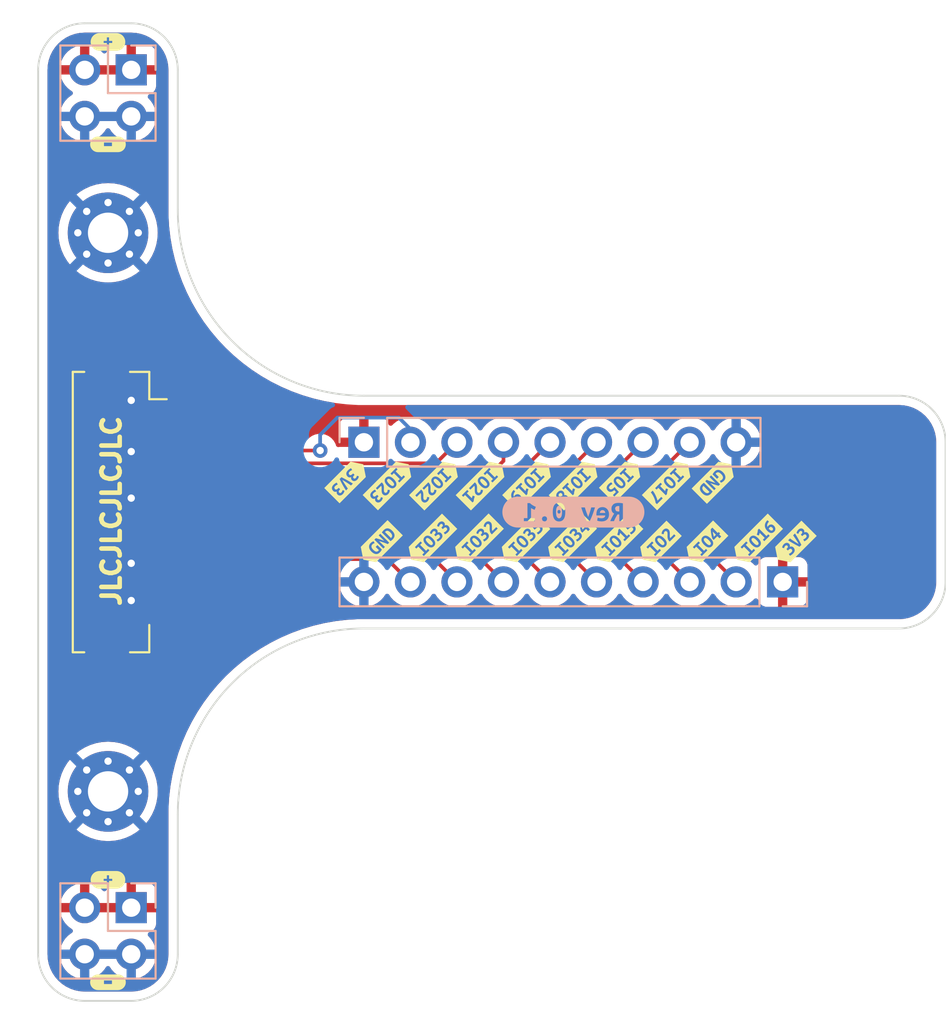
<source format=kicad_pcb>
(kicad_pcb (version 20220331) (generator pcbnew)
  (layers (0 "F.Cu" signal) (31 "B.Cu" signal) (34 "B.Paste" user) (35 "F.Paste" user) (36 "B.SilkS" user) (37 "F.SilkS" user) (38 "B.Mask" user) (39 "F.Mask" user) (44 "Edge.Cuts" user))
  (net 0 "")
  (net 1 "GND")
  (net 2 "+3V3")
  (net 3 "Net-(J1-IO23)")
  (net 4 "Net-(J1-IO22)")
  (net 5 "Net-(J1-IO21)")
  (net 6 "Net-(J1-IO19)")
  (net 7 "Net-(J1-IO18)")
  (net 8 "Net-(J1-IO5)")
  (net 9 "Net-(J1-IO17)")
  (net 10 "Net-(J1-IO16)")
  (net 11 "Net-(J1-IO4)")
  (net 12 "Net-(J1-IO2)")
  (net 13 "Net-(J1-IO15)")
  (net 14 "Net-(J1-IO34)")
  (net 15 "Net-(J1-IO35)")
  (net 16 "Net-(J1-IO32)")
  (net 17 "Net-(J1-IO33)")
  (footprint "kibuzzard-6259453A" (layer "F.Cu") (at 150.9522 100.603507 45)
    (fp_text reference "kibuzzard-6259453A" hide)
    (fp_text value "G***" hide)
  )
  (footprint "kibuzzard-62594546" (layer "F.Cu") (at 158.5722 100.6094 45)
    (fp_text reference "kibuzzard-62594546" hide)
    (fp_text value "G***" hide)
  )
  (footprint "kibuzzard-62594508" (layer "F.Cu") (at 163.957 97.321544 -135)
    (fp_text reference "kibuzzard-62594508" hide)
    (fp_text value "G***" hide)
  )
  (footprint "kibuzzard-6259454F" (layer "F.Cu") (at 163.3982 100.794842 45)
    (fp_text reference "kibuzzard-6259454F" hide)
    (fp_text value "G***" hide)
  )
  (footprint "kibuzzard-62594249" (layer "F.Cu") (at 130.81 124.714)
    (fp_text reference "kibuzzard-62594249" hide)
    (fp_text value "G***" hide)
  )
  (footprint "MountingHole:MountingHole_2.2mm_M2_Pad_Via" (layer "F.Cu") (at 130.815 114.3)
    (fp_text reference "H1" hide)
    (fp_text value "~")
    (pad "1" thru_hole circle locked (at -1.65 0) (size 0.7 0.7) (drill 0.4) (layers *.Cu *.Mask) (net 1 "GND"))
    (pad "1" thru_hole circle locked (at -1.166726 -1.166726) (size 0.7 0.7) (drill 0.4) (layers *.Cu *.Mask) (net 1 "GND"))
    (pad "1" thru_hole circle locked (at -1.166726 1.166726) (size 0.7 0.7) (drill 0.4) (layers *.Cu *.Mask) (net 1 "GND"))
    (pad "1" thru_hole circle locked (at 0 -1.65) (size 0.7 0.7) (drill 0.4) (layers *.Cu *.Mask) (net 1 "GND"))
    (pad "1" thru_hole circle locked (at 0 0) (size 4.4 4.4) (drill 2.2) (layers *.Cu *.Mask) (net 1 "GND"))
    (pad "1" thru_hole circle locked (at 0 1.65) (size 0.7 0.7) (drill 0.4) (layers *.Cu *.Mask) (net 1 "GND"))
    (pad "1" thru_hole circle locked (at 1.166726 -1.166726) (size 0.7 0.7) (drill 0.4) (layers *.Cu *.Mask) (net 1 "GND"))
    (pad "1" thru_hole circle locked (at 1.166726 1.166726) (size 0.7 0.7) (drill 0.4) (layers *.Cu *.Mask) (net 1 "GND"))
    (pad "1" thru_hole circle locked (at 1.65 0) (size 0.7 0.7) (drill 0.4) (layers *.Cu *.Mask) (net 1 "GND"))
  )
  (footprint "kibuzzard-6259425C" (layer "F.Cu") (at 130.81 73.406)
    (fp_text reference "kibuzzard-6259425C" hide)
    (fp_text value "G***" hide)
  )
  (footprint "GameOver:logo_fcu" (layer "F.Cu") (at 172.72 99.06 90)
    (fp_text reference "Ref**" hide)
    (fp_text value "Val**" hide)
    (fp_poly (pts (xy -1.200723 -2.388725) (xy -1.041533 -2.387945) (xy -0.909803 -2.386596) (xy -0.802555 -2.384628) (xy -0.716816 -2.381995) (xy -0.649611 -2.378649) (xy -0.597965 -2.374544) (xy -0.558904 -2.369633) (xy -0.529451 -2.363867) (xy -0.518033 -2.360835) (xy -0.450047 -2.336304) (xy -0.396715 -2.308605) (xy -0.378478 -2.293602) (xy -0.368474 -2.27151) (xy -0.36026 -2.228859) (xy -0.353524 -2.16138) (xy -0.347953 -2.064803) (xy -0.343238 -1.934858) (xy -0.339065 -1.767275) (xy -0.338667 -1.748346) (xy -0.328083 -1.23825) (xy -0.281904 -1.312493) (xy -0.24756 -1.356772) (xy -0.186966 -1.423627) (xy -0.105177 -1.508295) (xy -0.007249 -1.606012) (xy 0.10176 -1.712015) (xy 0.216795 -1.82154) (xy 0.3328 -1.929824) (xy 0.444718 -2.032103) (xy 0.547493 -2.123614) (xy 0.636068 -2.199594) (xy 0.705388 -2.255278) (xy 0.750395 -2.285904) (xy 0.752473 -2.28697) (xy 0.85725 -2.338917) (xy 3.71475 -2.338917) (xy 3.836285 -2.281959) (xy 3.894983 -2.246064) (xy 3.97651 -2.184547) (xy 4.075028 -2.102913) (xy 4.184698 -2.006669) (xy 4.299684 -1.901323) (xy 4.414147 -1.792379) (xy 4.52225 -1.685345) (xy 4.618154 -1.585727) (xy 4.696022 -1.499032) (xy 4.750017 -1.430766) (xy 4.766774 -1.40428) (xy 4.788276 -1.362652) (xy 4.806603 -1.320978) (xy 4.821984 -1.275691) (xy 4.834648 -1.223223) (xy 4.844824 -1.160005) (xy 4.852741 -1.08247) (xy 4.858629 -0.98705) (xy 4.862715 -0.870176) (xy 4.86523 -0.728281) (xy 4.866401 -0.557795) (xy 4.866459 -0.355152) (xy 4.865632 -0.116783) (xy 4.864402 0.116905) (xy 4.85775 1.281561) (xy 4.788546 1.42209) (xy 4.762538 1.470833) (xy 4.731756 1.518497) (xy 4.691873 1.569925) (xy 4.63856 1.629958) (xy 4.567491 1.70344) (xy 4.474337 1.795213) (xy 4.354771 1.910119) (xy 4.338581 1.92556) (xy 4.203502 2.052926) (xy 4.093665 2.153136) (xy 4.005009 2.229582) (xy 3.933471 2.285661) (xy 3.874993 2.324766) (xy 3.836285 2.345458) (xy 3.71475 2.402416) (xy 2.31775 2.406591) (xy 2.0232 2.40729) (xy 1.768345 2.407474) (xy 1.550552 2.407104) (xy 1.367185 2.406139) (xy 1.21561 2.404538) (xy 1.093192 2.402261) (xy 0.997296 2.399267) (xy 0.925287 2.395517) (xy 0.874531 2.390969) (xy 0.842392 2.385583) (xy 0.836083 2.383828) (xy 0.767931 2.359354) (xy 0.708242 2.333479) (xy 0.699597 2.329039) (xy 0.662904 2.302371) (xy 0.601761 2.250131) (xy 0.521146 2.177182) (xy 0.426032 2.088387) (xy 0.321395 1.98861) (xy 0.212211 1.882714) (xy 0.103454 1.775563) (xy 0.000101 1.672021) (xy -0.092875 1.57695) (xy -0.170497 1.495214) (xy -0.227791 1.431677) (xy -0.259755 1.391242) (xy -0.328083 1.285749) (xy -0.339509 2.180293) (xy -0.450213 2.253152) (xy -0.528038 2.297645) (xy -0.609929 2.334249) (xy -0.656167 2.349199) (xy -0.695854 2.354298) (xy -0.770214 2.358556) (xy -0.880243 2.361985) (xy -1.026935 2.364595) (xy -1.211286 2.366397) (xy -1.434292 2.367402) (xy -1.696949 2.367621) (xy -2.000251 2.367064) (xy -2.233083 2.366235) (xy -3.71475 2.360083) (xy -3.835845 2.303326) (xy -3.89414 2.267633) (xy -3.975305 2.206322) (xy -4.073519 2.124885) (xy -4.182961 2.028814) (xy -4.297808 1.923602) (xy -4.412238 1.814741) (xy -4.52043 1.707723) (xy -4.616563 1.608041) (xy -4.694814 1.521186) (xy -4.749361 1.452652) (xy -4.767185 1.424692) (xy -4.788605 1.383195) (xy -4.806861 1.341594) (xy -4.822183 1.296323) (xy -4.834797 1.243817) (xy -4.844932 1.180508) (xy -4.852816 1.102831) (xy -4.858677 1.007219) (xy -4.862744 0.890106) (xy -4.865243 0.747925) (xy -4.866403 0.577112) (xy -4.866453 0.374098) (xy -4.865619 0.135318) (xy -4.864402 -0.095739) (xy -4.860288 -0.816053) (xy -3.577167 -0.816053) (xy -3.577167 0.792687) (xy -3.434659 0.936296) (xy -3.292151 1.079904) (xy -1.280583 1.068916) (xy -1.274854 0.640291) (xy -1.269124 0.211666) (xy -0.381 0.211666) (xy -0.381 -0.306488) (xy 0.529167 -0.306488) (xy 0.529167 0.418632) (xy 0.904367 0.770232) (xy 1.279568 1.121833) (xy 3.290354 1.121833) (xy 3.43376 0.979526) (xy 3.577167 0.837218) (xy 3.577167 -0.771521) (xy 3.434859 -0.914928) (xy 3.292552 -1.058334) (xy 1.280142 -1.058334) (xy 0.904654 -0.682411) (xy 0.529167 -0.306488) (xy -0.381 -0.306488) (xy -0.381 -1.100667) (xy -3.290354 -1.100667) (xy -3.433761 -0.95836) (xy -3.577167 -0.816053) (xy -4.860288 -0.816053) (xy -4.85775 -1.260395) (xy -4.788884 -1.400238) (xy -4.762931 -1.448807) (xy -4.732062 -1.496472) (xy -4.691962 -1.548056) (xy -4.638319 -1.608384) (xy -4.566819 -1.682278) (xy -4.473148 -1.774563) (xy -4.352993 -1.890062) (xy -4.33848 -1.903909) (xy -4.203118 -2.031592) (xy -4.093021 -2.132081) (xy -4.004162 -2.208743) (xy -3.932514 -2.264948) (xy -3.874053 -2.304065) (xy -3.835845 -2.324494) (xy -3.71475 -2.38125) (xy -2.171556 -2.387079) (xy -1.872786 -2.388111) (xy -1.613374 -2.38876) (xy -1.390345 -2.388981) (xy -1.200723 -2.388725)) (stroke (width 0.01)) (fill solid) (layer "F.Cu"))
  )
  (footprint "kibuzzard-625944FA" (layer "F.Cu") (at 156.337 97.503713 -135)
    (fp_text reference "kibuzzard-625944FA" hide)
    (fp_text value "G***" hide)
  )
  (footprint "kibuzzard-62594532" (layer "F.Cu") (at 148.4122 100.607829 45)
    (fp_text reference "kibuzzard-62594532" hide)
    (fp_text value "G***" hide)
  )
  (footprint "kibuzzard-625944E4" (layer "F.Cu") (at 148.717 97.503057 -135)
    (fp_text reference "kibuzzard-625944E4" hide)
    (fp_text value "G***" hide)
  )
  (footprint "kibuzzard-62594553" (layer "F.Cu") (at 166.1922 100.606257 45)
    (fp_text reference "kibuzzard-62594553" hide)
    (fp_text value "G***" hide)
  )
  (footprint "kibuzzard-62594559" (layer "F.Cu") (at 168.2242 100.799164 45)
    (fp_text reference "kibuzzard-62594559" hide)
    (fp_text value "G***" hide)
  )
  (footprint "kibuzzard-6259454A" (layer "F.Cu") (at 160.8582 100.799949 45)
    (fp_text reference "kibuzzard-6259454A" hide)
    (fp_text value "G***" hide)
  )
  (footprint "kibuzzard-6259453E" (layer "F.Cu") (at 153.4922 100.6094 45)
    (fp_text reference "kibuzzard-6259453E" hide)
    (fp_text value "G***" hide)
  )
  (footprint "kibuzzard-62594542" (layer "F.Cu") (at 156.0322 100.598399 45)
    (fp_text reference "kibuzzard-62594542" hide)
    (fp_text value "G***" hide)
  )
  (footprint "kibuzzard-62594504" (layer "F.Cu") (at 161.417 97.499522 -135)
    (fp_text reference "kibuzzard-62594504" hide)
    (fp_text value "G***" hide)
  )
  (footprint "kibuzzard-625944DF" (layer "F.Cu") (at 151.257 97.501879 -135)
    (fp_text reference "kibuzzard-625944DF" hide)
    (fp_text value "G***" hide)
  )
  (footprint "kibuzzard-625944D4" (layer "F.Cu") (at 153.797 97.501617 -135)
    (fp_text reference "kibuzzard-625944D4" hide)
    (fp_text value "G***" hide)
  )
  (footprint "kibuzzard-62594249" (layer "F.Cu") (at 130.81 78.994)
    (fp_text reference "kibuzzard-62594249" hide)
    (fp_text value "G***" hide)
  )
  (footprint "MountingHole:MountingHole_2.2mm_M2_Pad_Via" (layer "F.Cu") (at 130.815 83.82)
    (fp_text reference "H2" hide)
    (fp_text value "~")
    (pad "1" thru_hole circle locked (at -1.65 0) (size 0.7 0.7) (drill 0.4) (layers *.Cu *.Mask) (net 1 "GND"))
    (pad "1" thru_hole circle locked (at -1.166726 -1.166726) (size 0.7 0.7) (drill 0.4) (layers *.Cu *.Mask) (net 1 "GND"))
    (pad "1" thru_hole circle locked (at -1.166726 1.166726) (size 0.7 0.7) (drill 0.4) (layers *.Cu *.Mask) (net 1 "GND"))
    (pad "1" thru_hole circle locked (at 0 -1.65) (size 0.7 0.7) (drill 0.4) (layers *.Cu *.Mask) (net 1 "GND"))
    (pad "1" thru_hole circle locked (at 0 0) (size 4.4 4.4) (drill 2.2) (layers *.Cu *.Mask) (net 1 "GND"))
    (pad "1" thru_hole circle locked (at 0 1.65) (size 0.7 0.7) (drill 0.4) (layers *.Cu *.Mask) (net 1 "GND"))
    (pad "1" thru_hole circle locked (at 1.166726 -1.166726) (size 0.7 0.7) (drill 0.4) (layers *.Cu *.Mask) (net 1 "GND"))
    (pad "1" thru_hole circle locked (at 1.166726 1.166726) (size 0.7 0.7) (drill 0.4) (layers *.Cu *.Mask) (net 1 "GND"))
    (pad "1" thru_hole circle locked (at 1.65 0) (size 0.7 0.7) (drill 0.4) (layers *.Cu *.Mask) (net 1 "GND"))
  )
  (footprint "kibuzzard-625944FF" (layer "F.Cu") (at 158.877 97.300721 -135)
    (fp_text reference "kibuzzard-625944FF" hide)
    (fp_text value "G***" hide)
  )
  (footprint "kibuzzard-625944F4" (layer "F.Cu") (at 143.891 97.3074 -135)
    (fp_text reference "kibuzzard-625944F4" hide)
    (fp_text value "G***" hide)
  )
  (footprint "kibuzzard-625944EE" (layer "F.Cu") (at 146.177 97.498735 -135)
    (fp_text reference "kibuzzard-625944EE" hide)
    (fp_text value "G***" hide)
  )
  (footprint "kibuzzard-6259452C" (layer "F.Cu") (at 145.6182 100.78502 45)
    (fp_text reference "kibuzzard-6259452C" hide)
    (fp_text value "G***" hide)
  )
  (footprint "kibuzzard-6259425C" (layer "F.Cu") (at 130.81 119.126)
    (fp_text reference "kibuzzard-6259425C" hide)
    (fp_text value "G***" hide)
  )
  (footprint "GameOver:TXGA_FFC05036-24SBD113W5M_1x24_P0.50mm_Horizontal" (layer "F.Cu") (at 131.765 99.06 -90)
    (fp_text reference "J1" hide)
    (fp_text value "addon_conn")
    (pad "" smd rect locked (at -7.55 1.075 270) (size 1.8 2) (layers "F.Cu" "F.Paste" "F.Mask"))
    (pad "" smd rect locked (at 7.55 1.075 270) (size 1.8 2) (layers "F.Cu" "F.Paste" "F.Mask"))
    (pad "1" smd rect locked (at -5.75 -1.85 270) (size 0.3 1.25) (layers "F.Cu" "F.Paste" "F.Mask") (net 1 "GND"))
    (pad "2" smd rect locked (at -5.25 -1.85 270) (size 0.3 1.25) (layers "F.Cu" "F.Paste" "F.Mask") (net 2 "+3V3"))
    (pad "3" smd rect locked (at -4.75 -1.85 270) (size 0.3 1.25) (layers "F.Cu" "F.Paste" "F.Mask") (net 3 "Net-(J1-IO23)"))
    (pad "4" smd rect locked (at -4.25 -1.85 270) (size 0.3 1.25) (layers "F.Cu" "F.Paste" "F.Mask") (net 4 "Net-(J1-IO22)"))
    (pad "5" smd rect locked (at -3.75 -1.85 270) (size 0.3 1.25) (layers "F.Cu" "F.Paste" "F.Mask") (net 5 "Net-(J1-IO21)"))
    (pad "6" smd rect locked (at -3.25 -1.85 270) (size 0.3 1.25) (layers "F.Cu" "F.Paste" "F.Mask") (net 6 "Net-(J1-IO19)"))
    (pad "7" smd rect locked (at -2.75 -1.85 270) (size 0.3 1.25) (layers "F.Cu" "F.Paste" "F.Mask") (net 1 "GND"))
    (pad "8" smd rect locked (at -2.25 -1.85 270) (size 0.3 1.25) (layers "F.Cu" "F.Paste" "F.Mask") (net 2 "+3V3"))
    (pad "9" smd rect locked (at -1.75 -1.85 270) (size 0.3 1.25) (layers "F.Cu" "F.Paste" "F.Mask") (net 7 "Net-(J1-IO18)"))
    (pad "10" smd rect locked (at -1.25 -1.85 270) (size 0.3 1.25) (layers "F.Cu" "F.Paste" "F.Mask") (net 8 "Net-(J1-IO5)"))
    (pad "11" smd rect locked (at -0.75 -1.85 270) (size 0.3 1.25) (layers "F.Cu" "F.Paste" "F.Mask") (net 9 "Net-(J1-IO17)"))
    (pad "12" smd rect locked (at -0.25 -1.85 270) (size 0.3 1.25) (layers "F.Cu" "F.Paste" "F.Mask") (net 1 "GND"))
    (pad "13" smd rect locked (at 0.25 -1.85 270) (size 0.3 1.25) (layers "F.Cu" "F.Paste" "F.Mask") (net 2 "+3V3"))
    (pad "14" smd rect locked (at 0.75 -1.85 270) (size 0.3 1.25) (layers "F.Cu" "F.Paste" "F.Mask") (net 10 "Net-(J1-IO16)"))
    (pad "15" smd rect locked (at 1.25 -1.85 270) (size 0.3 1.25) (layers "F.Cu" "F.Paste" "F.Mask") (net 11 "Net-(J1-IO4)"))
    (pad "16" smd rect locked (at 1.75 -1.85 270) (size 0.3 1.25) (layers "F.Cu" "F.Paste" "F.Mask") (net 12 "Net-(J1-IO2)"))
    (pad "17" smd rect locked (at 2.25 -1.85 270) (size 0.3 1.25) (layers "F.Cu" "F.Paste" "F.Mask") (net 13 "Net-(J1-IO15)"))
    (pad "18" smd rect locked (at 2.75 -1.85 270) (size 0.3 1.25) (layers "F.Cu" "F.Paste" "F.Mask") (net 1 "GND"))
    (pad "19" smd rect locked (at 3.25 -1.85 270) (size 0.3 1.25) (layers "F.Cu" "F.Paste" "F.Mask") (net 14 "Net-(J1-IO34)"))
    (pad "20" smd rect locked (at 3.75 -1.85 270) (size 0.3 1.25) (layers "F.Cu" "F.Paste" "F.Mask") (net 15 "Net-(J1-IO35)"))
    (pad "21" smd rect locked (at 4.25 -1.85 270) (size 0.3 1.25) (layers "F.Cu" "F.Paste" "F.Mask") (net 16 "Net-(J1-IO32)"))
    (pad "22" smd rect locked (at 4.75 -1.85 270) (size 0.3 1.25) (layers "F.Cu" "F.Paste" "F.Mask") (net 17 "Net-(J1-IO33)"))
    (pad "23" smd rect locked (at 5.25 -1.85 270) (size 0.3 1.25) (layers "F.Cu" "F.Paste" "F.Mask") (net 1 "GND"))
    (pad "24" smd rect locked (at 5.75 -1.85 270) (size 0.3 1.25) (layers "F.Cu" "F.Paste" "F.Mask") (net 2 "+3V3"))
  )
  (footprint "Connector_PinHeader_2.54mm:PinHeader_1x09_P2.54mm_Vertical" (layer "B.Cu") (at 144.78 95.25 -90)
    (fp_text reference "J4" hide)
    (fp_text value "Conn_01x09")
    (pad "1" thru_hole rect locked (at 0 0 270) (size 1.7 1.7) (drill 1) (layers *.Cu *.Mask) (net 2 "+3V3"))
    (pad "2" thru_hole oval locked (at 0 -2.54 270) (size 1.7 1.7) (drill 1) (layers *.Cu *.Mask) (net 3 "Net-(J1-IO23)"))
    (pad "3" thru_hole oval locked (at 0 -5.08 270) (size 1.7 1.7) (drill 1) (layers *.Cu *.Mask) (net 4 "Net-(J1-IO22)"))
    (pad "4" thru_hole oval locked (at 0 -7.62 270) (size 1.7 1.7) (drill 1) (layers *.Cu *.Mask) (net 5 "Net-(J1-IO21)"))
    (pad "5" thru_hole oval locked (at 0 -10.16 270) (size 1.7 1.7) (drill 1) (layers *.Cu *.Mask) (net 6 "Net-(J1-IO19)"))
    (pad "6" thru_hole oval locked (at 0 -12.7 270) (size 1.7 1.7) (drill 1) (layers *.Cu *.Mask) (net 7 "Net-(J1-IO18)"))
    (pad "7" thru_hole oval locked (at 0 -15.24 270) (size 1.7 1.7) (drill 1) (layers *.Cu *.Mask) (net 8 "Net-(J1-IO5)"))
    (pad "8" thru_hole oval locked (at 0 -17.78 270) (size 1.7 1.7) (drill 1) (layers *.Cu *.Mask) (net 9 "Net-(J1-IO17)"))
    (pad "9" thru_hole oval locked (at 0 -20.32 270) (size 1.7 1.7) (drill 1) (layers *.Cu *.Mask) (net 1 "GND"))
  )
  (footprint "kibuzzard-62599743" (layer "B.Cu") (at 156.215 99.06 180)
    (fp_text reference "kibuzzard-62599743" hide)
    (fp_text value "G***" hide)
  )
  (footprint "Connector_PinHeader_2.54mm:PinHeader_2x02_P2.54mm_Vertical" (layer "B.Cu") (at 132.08 74.93008 180)
    (fp_text reference "J2" hide)
    (fp_text value "Power_top")
    (pad "1" thru_hole rect locked (at 0 0 180) (size 1.7 1.7) (drill 1) (layers *.Cu *.Mask) (net 2 "+3V3"))
    (pad "2" thru_hole oval locked (at 2.54 0 180) (size 1.7 1.7) (drill 1) (layers *.Cu *.Mask) (net 2 "+3V3"))
    (pad "3" thru_hole oval locked (at 0 -2.54 180) (size 1.7 1.7) (drill 1) (layers *.Cu *.Mask) (net 1 "GND"))
    (pad "4" thru_hole oval locked (at 2.54 -2.54 180) (size 1.7 1.7) (drill 1) (layers *.Cu *.Mask) (net 1 "GND"))
  )
  (footprint "Connector_PinHeader_2.54mm:PinHeader_2x02_P2.54mm_Vertical" (layer "B.Cu") (at 132.08 120.645 180)
    (fp_text reference "J3" hide)
    (fp_text value "Power_bottom")
    (pad "1" thru_hole rect locked (at 0 0 180) (size 1.7 1.7) (drill 1) (layers *.Cu *.Mask) (net 2 "+3V3"))
    (pad "2" thru_hole oval locked (at 2.54 0 180) (size 1.7 1.7) (drill 1) (layers *.Cu *.Mask) (net 2 "+3V3"))
    (pad "3" thru_hole oval locked (at 0 -2.54 180) (size 1.7 1.7) (drill 1) (layers *.Cu *.Mask) (net 1 "GND"))
    (pad "4" thru_hole oval locked (at 2.54 -2.54 180) (size 1.7 1.7) (drill 1) (layers *.Cu *.Mask) (net 1 "GND"))
  )
  (footprint "Connector_PinHeader_2.54mm:PinHeader_1x10_P2.54mm_Vertical" (layer "B.Cu") (at 167.64 102.87 90)
    (fp_text reference "J5" hide)
    (fp_text value "Conn_01x10")
    (pad "1" thru_hole rect locked (at 0 0 90) (size 1.7 1.7) (drill 1) (layers *.Cu *.Mask) (net 2 "+3V3"))
    (pad "2" thru_hole oval locked (at 0 -2.54 90) (size 1.7 1.7) (drill 1) (layers *.Cu *.Mask) (net 10 "Net-(J1-IO16)"))
    (pad "3" thru_hole oval locked (at 0 -5.08 90) (size 1.7 1.7) (drill 1) (layers *.Cu *.Mask) (net 11 "Net-(J1-IO4)"))
    (pad "4" thru_hole oval locked (at 0 -7.62 90) (size 1.7 1.7) (drill 1) (layers *.Cu *.Mask) (net 12 "Net-(J1-IO2)"))
    (pad "5" thru_hole oval locked (at 0 -10.16 90) (size 1.7 1.7) (drill 1) (layers *.Cu *.Mask) (net 13 "Net-(J1-IO15)"))
    (pad "6" thru_hole oval locked (at 0 -12.7 90) (size 1.7 1.7) (drill 1) (layers *.Cu *.Mask) (net 14 "Net-(J1-IO34)"))
    (pad "7" thru_hole oval locked (at 0 -15.24 90) (size 1.7 1.7) (drill 1) (layers *.Cu *.Mask) (net 15 "Net-(J1-IO35)"))
    (pad "8" thru_hole oval locked (at 0 -17.78 90) (size 1.7 1.7) (drill 1) (layers *.Cu *.Mask) (net 16 "Net-(J1-IO32)"))
    (pad "9" thru_hole oval locked (at 0 -20.32 90) (size 1.7 1.7) (drill 1) (layers *.Cu *.Mask) (net 17 "Net-(J1-IO33)"))
    (pad "10" thru_hole oval locked (at 0 -22.86 90) (size 1.7 1.7) (drill 1) (layers *.Cu *.Mask) (net 1 "GND"))
  )
  (gr_arc (start 173.99 92.71) (mid 175.786051 93.453949) (end 176.53 95.25) (stroke (width 0.1)) (layer "Edge.Cuts"))
  (gr_line (start 144.78 105.41) (end 173.99 105.41) (stroke (width 0.1)) (layer "Edge.Cuts"))
  (gr_line (start 144.78 92.71) (end 173.99 92.71) (stroke (width 0.1)) (layer "Edge.Cuts"))
  (gr_line (start 129.54 72.39) (end 132.08 72.39) (stroke (width 0.1)) (layer "Edge.Cuts"))
  (gr_arc (start 127 74.93) (mid 127.743949 73.133949) (end 129.54 72.39) (stroke (width 0.1)) (layer "Edge.Cuts"))
  (gr_line (start 134.62 82.55) (end 134.62 74.93) (stroke (width 0.1)) (layer "Edge.Cuts"))
  (gr_line (start 129.54 125.73) (end 132.08 125.73) (stroke (width 0.1)) (layer "Edge.Cuts"))
  (gr_line (start 176.53 95.25) (end 176.53 102.87) (stroke (width 0.1)) (layer "Edge.Cuts"))
  (gr_arc (start 144.78 92.71) (mid 137.595795 89.734205) (end 134.62 82.55) (stroke (width 0.1)) (layer "Edge.Cuts"))
  (gr_arc (start 132.08 72.39) (mid 133.876051 73.133949) (end 134.62 74.93) (stroke (width 0.1)) (layer "Edge.Cuts"))
  (gr_line (start 127 74.93) (end 127 123.19) (stroke (width 0.1)) (layer "Edge.Cuts"))
  (gr_arc (start 129.54 125.73) (mid 127.743949 124.986051) (end 127 123.19) (stroke (width 0.1)) (layer "Edge.Cuts"))
  (gr_line (start 134.62 123.19) (end 134.62 115.57) (stroke (width 0.1)) (layer "Edge.Cuts"))
  (gr_arc (start 134.62 123.19) (mid 133.876051 124.986051) (end 132.08 125.73) (stroke (width 0.1)) (layer "Edge.Cuts"))
  (gr_arc (start 134.62 115.57) (mid 137.595795 108.385795) (end 144.78 105.41) (stroke (width 0.1)) (layer "Edge.Cuts"))
  (gr_arc (start 176.53 102.87) (mid 175.786051 104.666051) (end 173.99 105.41) (stroke (width 0.1)) (layer "Edge.Cuts"))
  (gr_text "JLCJLCJLCJLC" (at 131 99 90) (layer "F.SilkS") (effects (font (size 1 1) (thickness 0.25) bold)))
  (segment (start 132.08 95.758) (end 132.632 96.31) (width 0.2) (layer "F.Cu") (net 1))
  (segment (start 132.426 93.31) (end 133.615 93.31) (width 0.2) (layer "F.Cu") (net 1))
  (segment (start 132.504 104.31) (end 133.615 104.31) (width 0.2) (layer "F.Cu") (net 1))
  (segment (start 132.08 98.298) (end 132.592 98.81) (width 0.2) (layer "F.Cu") (net 1))
  (segment (start 132.592 98.81) (end 133.615 98.81) (width 0.2) (layer "F.Cu") (net 1))
  (segment (start 132.632 96.31) (end 133.615 96.31) (width 0.2) (layer "F.Cu") (net 1))
  (segment (start 132.08 103.886) (end 132.504 104.31) (width 0.2) (layer "F.Cu") (net 1))
  (segment (start 132.08 101.854) (end 132.124 101.81) (width 0.2) (layer "F.Cu") (net 1))
  (segment (start 132.08 92.964) (end 132.426 93.31) (width 0.2) (layer "F.Cu") (net 1))
  (segment (start 132.124 101.81) (end 133.615 101.81) (width 0.2) (layer "F.Cu") (net 1))
  (via (at 132.08 103.886) (size 0.8) (drill 0.4) (layers "F.Cu" "B.Cu") (net 1))
  (via (at 132.08 101.854) (size 0.8) (drill 0.4) (layers "F.Cu" "B.Cu") (net 1))
  (via (at 132.08 98.298) (size 0.8) (drill 0.4) (layers "F.Cu" "B.Cu") (net 1))
  (via (at 132.08 92.964) (size 0.8) (drill 0.4) (layers "F.Cu" "B.Cu") (net 1))
  (via (at 132.08 95.758) (size 0.8) (drill 0.4) (layers "F.Cu" "B.Cu") (net 1))
  (segment (start 133.615 104.81) (end 131.156 104.81) (width 0.2) (layer "F.Cu") (net 2))
  (segment (start 133.615 104.81) (end 135.036 104.81) (width 0.2) (layer "F.Cu") (net 2))
  (segment (start 131.156 104.81) (end 130.718 104.81) (width 0.2) (layer "F.Cu") (net 2))
  (segment (start 133.615 93.81) (end 130.048 93.81) (width 0.2) (layer "F.Cu") (net 2))
  (segment (start 133.615 93.81) (end 135.382 93.81) (width 0.2) (layer "F.Cu") (net 2))
  (segment (start 130.718 104.81) (end 130.302 104.394) (width 0.2) (layer "F.Cu") (net 2))
  (segment (start 132.596 99.31) (end 133.615 99.31) (width 0.2) (layer "F.Cu") (net 2))
  (segment (start 132.116 96.81) (end 133.615 96.81) (width 0.2) (layer "F.Cu") (net 2))
  (segment (start 132.084 99.822) (end 132.596 99.31) (width 0.2) (layer "F.Cu") (net 2))
  (segment (start 142.3924 95.700011) (end 135.914417 95.700011) (width 0.2) (layer "F.Cu") (net 3))
  (segment (start 134.524406 94.31) (end 133.615 94.31) (width 0.2) (layer "F.Cu") (net 3))
  (segment (start 135.914417 95.700011) (end 134.524406 94.31) (width 0.2) (layer "F.Cu") (net 3))
  (via (at 142.3924 95.700011) (size 0.8) (drill 0.4) (layers "F.Cu" "B.Cu") (net 3))
  (segment (start 142.3924 95.700011) (end 142.3924 94.8436) (width 0.2) (layer "B.Cu") (net 3))
  (segment (start 147.32 94.5388) (end 147.32 95.25) (width 0.2) (layer "B.Cu") (net 3))
  (segment (start 143.3322 93.9038) (end 146.685 93.9038) (width 0.2) (layer "B.Cu") (net 3))
  (segment (start 146.685 93.9038) (end 147.32 94.5388) (width 0.2) (layer "B.Cu") (net 3))
  (segment (start 142.3924 94.8436) (end 143.3322 93.9038) (width 0.2) (layer "B.Cu") (net 3))
  (segment (start 149.86 95.25) (end 148.710489 96.399511) (width 0.2) (layer "F.Cu") (net 4))
  (segment (start 134.4594 94.81) (end 133.615 94.81) (width 0.2) (layer "F.Cu") (net 4))
  (segment (start 136.048911 96.399511) (end 134.4594 94.81) (width 0.2) (layer "F.Cu") (net 4))
  (segment (start 148.710489 96.399511) (end 136.048911 96.399511) (width 0.2) (layer "F.Cu") (net 4))
  (segment (start 152.4 96.266) (end 151.834838 96.831162) (width 0.2) (layer "F.Cu") (net 5))
  (segment (start 135.902568 96.831162) (end 134.381406 95.31) (width 0.2) (layer "F.Cu") (net 5))
  (segment (start 134.381406 95.31) (end 133.615 95.31) (width 0.2) (layer "F.Cu") (net 5))
  (segment (start 152.4 95.25) (end 152.4 96.266) (width 0.2) (layer "F.Cu") (net 5))
  (segment (start 151.834838 96.831162) (end 135.902568 96.831162) (width 0.2) (layer "F.Cu") (net 5))
  (segment (start 154.94 95.25) (end 152.959318 97.230682) (width 0.2) (layer "F.Cu") (net 6))
  (segment (start 152.959318 97.230682) (end 135.737082 97.230682) (width 0.2) (layer "F.Cu") (net 6))
  (segment (start 135.737082 97.230682) (end 134.3164 95.81) (width 0.2) (layer "F.Cu") (net 6))
  (segment (start 134.3164 95.81) (end 133.615 95.81) (width 0.2) (layer "F.Cu") (net 6))
  (segment (start 157.48 95.25) (end 155.099798 97.630202) (width 0.2) (layer "F.Cu") (net 7))
  (segment (start 155.099798 97.630202) (end 134.923608 97.630202) (width 0.2) (layer "F.Cu") (net 7))
  (segment (start 134.923608 97.630202) (end 134.603406 97.31) (width 0.2) (layer "F.Cu") (net 7))
  (segment (start 134.603406 97.31) (end 133.615 97.31) (width 0.2) (layer "F.Cu") (net 7))
  (segment (start 134.758122 98.029722) (end 157.240278 98.029722) (width 0.2) (layer "F.Cu") (net 8))
  (segment (start 157.240278 98.029722) (end 160.02 95.25) (width 0.2) (layer "F.Cu") (net 8))
  (segment (start 134.5384 97.81) (end 134.758122 98.029722) (width 0.2) (layer "F.Cu") (net 8))
  (segment (start 133.615 97.81) (end 134.5384 97.81) (width 0.2) (layer "F.Cu") (net 8))
  (segment (start 134.420269 98.31) (end 133.615 98.31) (width 0.2) (layer "F.Cu") (net 9))
  (segment (start 159.380758 98.429242) (end 134.539511 98.429242) (width 0.2) (layer "F.Cu") (net 9))
  (segment (start 162.56 95.25) (end 159.380758 98.429242) (width 0.2) (layer "F.Cu") (net 9))
  (segment (start 134.539511 98.429242) (end 134.420269 98.31) (width 0.2) (layer "F.Cu") (net 9))
  (segment (start 135.722196 98.828762) (end 134.740958 99.81) (width 0.2) (layer "F.Cu") (net 10))
  (segment (start 134.740958 99.81) (end 133.615 99.81) (width 0.2) (layer "F.Cu") (net 10))
  (segment (start 161.058762 98.828762) (end 135.722196 98.828762) (width 0.2) (layer "F.Cu") (net 10))
  (segment (start 165.1 102.87) (end 161.058762 98.828762) (width 0.2) (layer "F.Cu") (net 10))
  (segment (start 158.918281 99.228281) (end 135.887683 99.228281) (width 0.2) (layer "F.Cu") (net 11))
  (segment (start 134.805964 100.31) (end 133.615 100.31) (width 0.2) (layer "F.Cu") (net 11))
  (segment (start 162.56 102.87) (end 158.918281 99.228281) (width 0.2) (layer "F.Cu") (net 11))
  (segment (start 135.887683 99.228281) (end 134.805964 100.31) (width 0.2) (layer "F.Cu") (net 11))
  (segment (start 160.02 102.87) (end 156.777801 99.627801) (width 0.2) (layer "F.Cu") (net 12))
  (segment (start 134.87097 100.81) (end 133.615 100.81) (width 0.2) (layer "F.Cu") (net 12))
  (segment (start 156.777801 99.627801) (end 136.053169 99.627801) (width 0.2) (layer "F.Cu") (net 12))
  (segment (start 136.053169 99.627801) (end 134.87097 100.81) (width 0.2) (layer "F.Cu") (net 12))
  (segment (start 154.63732 100.02732) (end 136.218656 100.02732) (width 0.2) (layer "F.Cu") (net 13))
  (segment (start 134.935976 101.31) (end 133.615 101.31) (width 0.2) (layer "F.Cu") (net 13))
  (segment (start 157.48 102.87) (end 154.63732 100.02732) (width 0.2) (layer "F.Cu") (net 13))
  (segment (start 136.218656 100.02732) (end 134.935976 101.31) (width 0.2) (layer "F.Cu") (net 13))
  (segment (start 136.384142 100.42684) (end 152.49684 100.42684) (width 0.2) (layer "F.Cu") (net 14))
  (segment (start 133.615 102.31) (end 134.500982 102.31) (width 0.2) (layer "F.Cu") (net 14))
  (segment (start 152.49684 100.42684) (end 154.94 102.87) (width 0.2) (layer "F.Cu") (net 14))
  (segment (start 134.500982 102.31) (end 136.384142 100.42684) (width 0.2) (layer "F.Cu") (net 14))
  (segment (start 134.565988 102.81) (end 133.615 102.81) (width 0.2) (layer "F.Cu") (net 15))
  (segment (start 150.35636 100.82636) (end 136.549628 100.82636) (width 0.2) (layer "F.Cu") (net 15))
  (segment (start 152.4 102.87) (end 150.35636 100.82636) (width 0.2) (layer "F.Cu") (net 15))
  (segment (start 136.549628 100.82636) (end 134.565988 102.81) (width 0.2) (layer "F.Cu") (net 15))
  (segment (start 136.715114 101.22588) (end 148.21588 101.22588) (width 0.2) (layer "F.Cu") (net 16))
  (segment (start 134.630994 103.31) (end 136.715114 101.22588) (width 0.2) (layer "F.Cu") (net 16))
  (segment (start 133.615 103.31) (end 134.630994 103.31) (width 0.2) (layer "F.Cu") (net 16))
  (segment (start 148.21588 101.22588) (end 149.86 102.87) (width 0.2) (layer "F.Cu") (net 16))
  (segment (start 147.2946 102.87) (end 146.05 101.6254) (width 0.2) (layer "F.Cu") (net 17))
  (segment (start 147.32 102.87) (end 147.2946 102.87) (width 0.2) (layer "F.Cu") (net 17))
  (segment (start 146.05 101.6254) (end 136.8806 101.6254) (width 0.2) (layer "F.Cu") (net 17))
  (segment (start 136.8806 101.6254) (end 134.696 103.81) (width 0.2) (layer "F.Cu") (net 17))
  (segment (start 134.696 103.81) (end 133.615 103.81) (width 0.2) (layer "F.Cu") (net 17))
  (zone (net 2) (net_name "+3V3") (layer "F.Cu") (connect_pads (clearance 0.508)) (min_thickness 0.254) (fill yes (thermal_gap 0.508) (thermal_bridge_width 0.508) (island_removal_mode 2) (island_area_min 9.999998))
    (polygon (pts (xy 139.699827 91.438107) (xy 176.53 91.44) (xy 176.53 110.49) (xy 139.699827 110.488107) (xy 139.699827 126.998107) (xy 126.999827 126.998107) (xy 126.999827 71.118107) (xy 139.699827 71.118107)))
  )
  (zone (net 1) (net_name "GND") (layer "B.Cu") (connect_pads (clearance 0.508)) (min_thickness 0.254) (fill yes (thermal_gap 0.508) (thermal_bridge_width 0.508) (island_removal_mode 2) (island_area_min 9.999999))
    (polygon (pts (xy 139.7 91.44) (xy 176.53 91.44) (xy 176.53 110.49) (xy 139.7 110.49) (xy 139.7 127) (xy 127 127) (xy 127 71.12) (xy 139.7 71.12)))
  )
)
</source>
